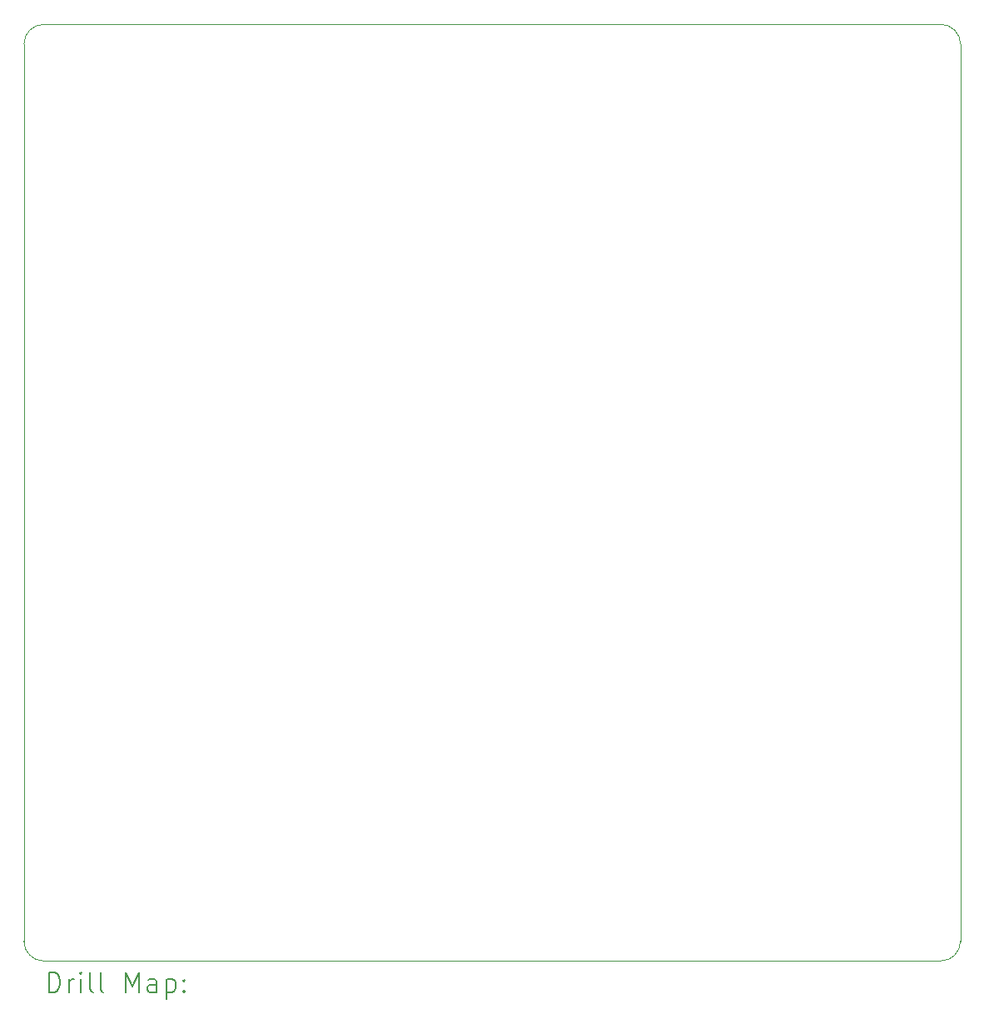
<source format=gbr>
%TF.GenerationSoftware,KiCad,Pcbnew,8.0.2*%
%TF.CreationDate,2024-06-19T15:00:47+02:00*%
%TF.ProjectId,rom_ram_board_v2,726f6d5f-7261-46d5-9f62-6f6172645f76,1.0*%
%TF.SameCoordinates,Original*%
%TF.FileFunction,Drillmap*%
%TF.FilePolarity,Positive*%
%FSLAX45Y45*%
G04 Gerber Fmt 4.5, Leading zero omitted, Abs format (unit mm)*
G04 Created by KiCad (PCBNEW 8.0.2) date 2024-06-19 15:00:47*
%MOMM*%
%LPD*%
G01*
G04 APERTURE LIST*
%ADD10C,0.100000*%
%ADD11C,0.200000*%
G04 APERTURE END LIST*
D10*
X2540000Y-2740000D02*
X2540000Y-11865000D01*
X12065000Y-2740000D02*
X12065000Y-11865000D01*
X12065000Y-11865000D02*
G75*
G02*
X11865000Y-12065000I-200000J0D01*
G01*
X2740000Y-12065000D02*
G75*
G02*
X2540000Y-11865000I0J200000D01*
G01*
X2540000Y-2740000D02*
G75*
G02*
X2740000Y-2540000I200000J0D01*
G01*
X11865000Y-2540000D02*
G75*
G02*
X12065000Y-2740000I0J-200000D01*
G01*
X2740000Y-12065000D02*
X11865000Y-12065000D01*
X2740000Y-2540000D02*
X11865000Y-2540000D01*
D11*
X2795777Y-12381484D02*
X2795777Y-12181484D01*
X2795777Y-12181484D02*
X2843396Y-12181484D01*
X2843396Y-12181484D02*
X2871967Y-12191008D01*
X2871967Y-12191008D02*
X2891015Y-12210055D01*
X2891015Y-12210055D02*
X2900539Y-12229103D01*
X2900539Y-12229103D02*
X2910062Y-12267198D01*
X2910062Y-12267198D02*
X2910062Y-12295769D01*
X2910062Y-12295769D02*
X2900539Y-12333865D01*
X2900539Y-12333865D02*
X2891015Y-12352912D01*
X2891015Y-12352912D02*
X2871967Y-12371960D01*
X2871967Y-12371960D02*
X2843396Y-12381484D01*
X2843396Y-12381484D02*
X2795777Y-12381484D01*
X2995777Y-12381484D02*
X2995777Y-12248150D01*
X2995777Y-12286246D02*
X3005301Y-12267198D01*
X3005301Y-12267198D02*
X3014824Y-12257674D01*
X3014824Y-12257674D02*
X3033872Y-12248150D01*
X3033872Y-12248150D02*
X3052920Y-12248150D01*
X3119586Y-12381484D02*
X3119586Y-12248150D01*
X3119586Y-12181484D02*
X3110062Y-12191008D01*
X3110062Y-12191008D02*
X3119586Y-12200531D01*
X3119586Y-12200531D02*
X3129110Y-12191008D01*
X3129110Y-12191008D02*
X3119586Y-12181484D01*
X3119586Y-12181484D02*
X3119586Y-12200531D01*
X3243396Y-12381484D02*
X3224348Y-12371960D01*
X3224348Y-12371960D02*
X3214824Y-12352912D01*
X3214824Y-12352912D02*
X3214824Y-12181484D01*
X3348158Y-12381484D02*
X3329110Y-12371960D01*
X3329110Y-12371960D02*
X3319586Y-12352912D01*
X3319586Y-12352912D02*
X3319586Y-12181484D01*
X3576729Y-12381484D02*
X3576729Y-12181484D01*
X3576729Y-12181484D02*
X3643396Y-12324341D01*
X3643396Y-12324341D02*
X3710062Y-12181484D01*
X3710062Y-12181484D02*
X3710062Y-12381484D01*
X3891015Y-12381484D02*
X3891015Y-12276722D01*
X3891015Y-12276722D02*
X3881491Y-12257674D01*
X3881491Y-12257674D02*
X3862443Y-12248150D01*
X3862443Y-12248150D02*
X3824348Y-12248150D01*
X3824348Y-12248150D02*
X3805301Y-12257674D01*
X3891015Y-12371960D02*
X3871967Y-12381484D01*
X3871967Y-12381484D02*
X3824348Y-12381484D01*
X3824348Y-12381484D02*
X3805301Y-12371960D01*
X3805301Y-12371960D02*
X3795777Y-12352912D01*
X3795777Y-12352912D02*
X3795777Y-12333865D01*
X3795777Y-12333865D02*
X3805301Y-12314817D01*
X3805301Y-12314817D02*
X3824348Y-12305293D01*
X3824348Y-12305293D02*
X3871967Y-12305293D01*
X3871967Y-12305293D02*
X3891015Y-12295769D01*
X3986253Y-12248150D02*
X3986253Y-12448150D01*
X3986253Y-12257674D02*
X4005301Y-12248150D01*
X4005301Y-12248150D02*
X4043396Y-12248150D01*
X4043396Y-12248150D02*
X4062443Y-12257674D01*
X4062443Y-12257674D02*
X4071967Y-12267198D01*
X4071967Y-12267198D02*
X4081491Y-12286246D01*
X4081491Y-12286246D02*
X4081491Y-12343388D01*
X4081491Y-12343388D02*
X4071967Y-12362436D01*
X4071967Y-12362436D02*
X4062443Y-12371960D01*
X4062443Y-12371960D02*
X4043396Y-12381484D01*
X4043396Y-12381484D02*
X4005301Y-12381484D01*
X4005301Y-12381484D02*
X3986253Y-12371960D01*
X4167205Y-12362436D02*
X4176729Y-12371960D01*
X4176729Y-12371960D02*
X4167205Y-12381484D01*
X4167205Y-12381484D02*
X4157682Y-12371960D01*
X4157682Y-12371960D02*
X4167205Y-12362436D01*
X4167205Y-12362436D02*
X4167205Y-12381484D01*
X4167205Y-12257674D02*
X4176729Y-12267198D01*
X4176729Y-12267198D02*
X4167205Y-12276722D01*
X4167205Y-12276722D02*
X4157682Y-12267198D01*
X4157682Y-12267198D02*
X4167205Y-12257674D01*
X4167205Y-12257674D02*
X4167205Y-12276722D01*
M02*

</source>
